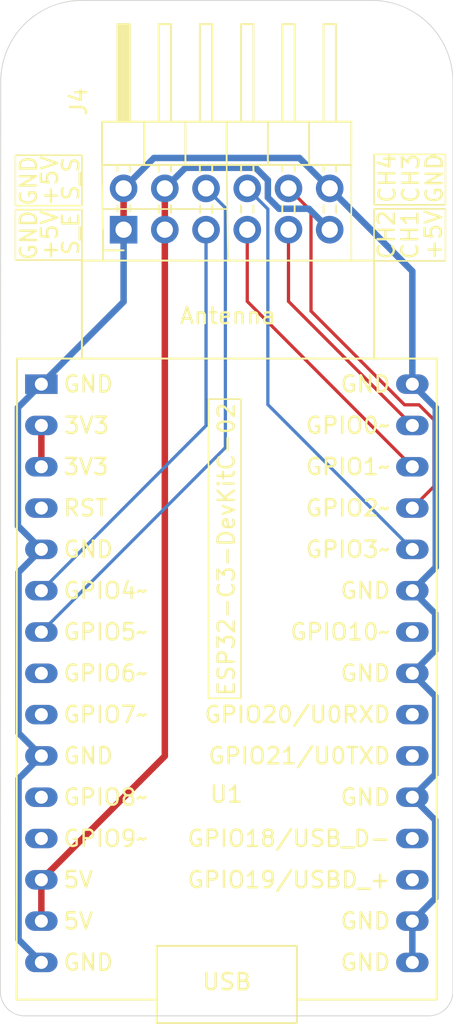
<source format=kicad_pcb>
(kicad_pcb (version 20221018) (generator pcbnew)
  (layers (0 "F.Cu" signal) (31 "B.Cu" signal) (34 "B.Paste" user) (35 "F.Paste" user) (36 "B.SilkS" user "B.Silkscreen") (37 "F.SilkS" user "F.Silkscreen") (38 "B.Mask" user) (39 "F.Mask" user) (44 "Edge.Cuts" user))
  (net 0 "")
  (net 1 "GND")
  (net 2 "+3V3")
  (net 4 "ESC_SIGNAL")
  (net 5 "SERVO_SIGNAL")
  (net 10 "+5V")
  (net 16 "CH4")
  (net 17 "CH3")
  (net 18 "CH2")
  (net 19 "CH1")
  (footprint "Connector_PinHeader_2.54mm:PinHeader_2x06_P2.54mm_Horizontal" (layer "F.Cu") (at 139.368 81.48 90)
    (fp_text reference "J4" (at 7.88 -2.768 90) (layer "F.SilkS"))
    (fp_text value "Conn_01x12_Pin")
    (fp_line (start -1.27 -1.27) (end 0 -1.27) (stroke (width 0.12)) (layer "F.SilkS"))
    (fp_line (start -1.27 0) (end -1.27 -1.27) (stroke (width 0.12)) (layer "F.SilkS"))
    (fp_line (start 1.042929 2.16) (end 1.497071 2.16) (stroke (width 0.12)) (layer "F.SilkS"))
    (fp_line (start 1.042929 2.92) (end 1.497071 2.92) (stroke (width 0.12)) (layer "F.SilkS"))
    (fp_line (start 1.042929 4.7) (end 1.497071 4.7) (stroke (width 0.12)) (layer "F.SilkS"))
    (fp_line (start 1.042929 5.46) (end 1.497071 5.46) (stroke (width 0.12)) (layer "F.SilkS"))
    (fp_line (start 1.042929 7.24) (end 1.497071 7.24) (stroke (width 0.12)) (layer "F.SilkS"))
    (fp_line (start 1.042929 8) (end 1.497071 8) (stroke (width 0.12)) (layer "F.SilkS"))
    (fp_line (start 1.042929 9.78) (end 1.497071 9.78) (stroke (width 0.12)) (layer "F.SilkS"))
    (fp_line (start 1.042929 10.54) (end 1.497071 10.54) (stroke (width 0.12)) (layer "F.SilkS"))
    (fp_line (start 1.042929 12.32) (end 1.497071 12.32) (stroke (width 0.12)) (layer "F.SilkS"))
    (fp_line (start 1.042929 13.08) (end 1.497071 13.08) (stroke (width 0.12)) (layer "F.SilkS"))
    (fp_line (start 1.11 -0.38) (end 1.497071 -0.38) (stroke (width 0.12)) (layer "F.SilkS"))
    (fp_line (start 1.11 0.38) (end 1.497071 0.38) (stroke (width 0.12)) (layer "F.SilkS"))
    (fp_line (start 3.582929 -0.38) (end 3.98 -0.38) (stroke (width 0.12)) (layer "F.SilkS"))
    (fp_line (start 3.582929 0.38) (end 3.98 0.38) (stroke (width 0.12)) (layer "F.SilkS"))
    (fp_line (start 3.582929 2.16) (end 3.98 2.16) (stroke (width 0.12)) (layer "F.SilkS"))
    (fp_line (start 3.582929 2.92) (end 3.98 2.92) (stroke (width 0.12)) (layer "F.SilkS"))
    (fp_line (start 3.582929 4.7) (end 3.98 4.7) (stroke (width 0.12)) (layer "F.SilkS"))
    (fp_line (start 3.582929 5.46) (end 3.98 5.46) (stroke (width 0.12)) (layer "F.SilkS"))
    (fp_line (start 3.582929 7.24) (end 3.98 7.24) (stroke (width 0.12)) (layer "F.SilkS"))
    (fp_line (start 3.582929 8) (end 3.98 8) (stroke (width 0.12)) (layer "F.SilkS"))
    (fp_line (start 3.582929 9.78) (end 3.98 9.78) (stroke (width 0.12)) (layer "F.SilkS"))
    (fp_line (start 3.582929 10.54) (end 3.98 10.54) (stroke (width 0.12)) (layer "F.SilkS"))
    (fp_line (start 3.582929 12.32) (end 3.98 12.32) (stroke (width 0.12)) (layer "F.SilkS"))
    (fp_line (start 3.582929 13.08) (end 3.98 13.08) (stroke (width 0.12)) (layer "F.SilkS"))
    (fp_line (start 3.98 -1.33) (end 3.98 14.03) (stroke (width 0.12)) (layer "F.SilkS"))
    (fp_line (start 3.98 1.27) (end 6.64 1.27) (stroke (width 0.12)) (layer "F.SilkS"))
    (fp_line (start 3.98 3.81) (end 6.64 3.81) (stroke (width 0.12)) (layer "F.SilkS"))
    (fp_line (start 3.98 6.35) (end 6.64 6.35) (stroke (width 0.12)) (layer "F.SilkS"))
    (fp_line (start 3.98 8.89) (end 6.64 8.89) (stroke (width 0.12)) (layer "F.SilkS"))
    (fp_line (start 3.98 11.43) (end 6.64 11.43) (stroke (width 0.12)) (layer "F.SilkS"))
    (fp_line (start 3.98 14.03) (end 6.64 14.03) (stroke (width 0.12)) (layer "F.SilkS"))
    (fp_line (start 6.64 -1.33) (end 3.98 -1.33) (stroke (width 0.12)) (layer "F.SilkS"))
    (fp_line (start 6.64 -0.38) (end 12.64 -0.38) (stroke (width 0.12)) (layer "F.SilkS"))
    (fp_line (start 6.64 -0.32) (end 12.64 -0.32) (stroke (width 0.12)) (layer "F.SilkS"))
    (fp_line (start 6.64 -0.2) (end 12.64 -0.2) (stroke (width 0.12)) (layer "F.SilkS"))
    (fp_line (start 6.64 -0.08) (end 12.64 -0.08) (stroke (width 0.12)) (layer "F.SilkS"))
    (fp_line (start 6.64 0.04) (end 12.64 0.04) (stroke (width 0.12)) (layer "F.SilkS"))
    (fp_line (start 6.64 0.16) (end 12.64 0.16) (stroke (width 0.12)) (layer "F.SilkS"))
    (fp_line (start 6.64 0.28) (end 12.64 0.28) (stroke (width 0.12)) (layer "F.SilkS"))
    (fp_line (start 6.64 2.16) (end 12.64 2.16) (stroke (width 0.12)) (layer "F.SilkS"))
    (fp_line (start 6.64 4.7) (end 12.64 4.7) (stroke (width 0.12)) (layer "F.SilkS"))
    (fp_line (start 6.64 7.24) (end 12.64 7.24) (stroke (width 0.12)) (layer "F.SilkS"))
    (fp_line (start 6.64 9.78) (end 12.64 9.78) (stroke (width 0.12)) (layer "F.SilkS"))
    (fp_line (start 6.64 12.32) (end 12.64 12.32) (stroke (width 0.12)) (layer "F.SilkS"))
    (fp_line (start 6.64 14.03) (end 6.64 -1.33) (stroke (width 0.12)) (layer "F.SilkS"))
    (fp_line (start 12.64 -0.38) (end 12.64 0.38) (stroke (width 0.12)) (layer "F.SilkS"))
    (fp_line (start 12.64 0.38) (end 6.64 0.38) (stroke (width 0.12)) (layer "F.SilkS"))
    (fp_line (start 12.64 2.16) (end 12.64 2.92) (stroke (width 0.12)) (layer "F.SilkS"))
    (fp_line (start 12.64 2.92) (end 6.64 2.92) (stroke (width 0.12)) (layer "F.SilkS"))
    (fp_line (start 12.64 4.7) (end 12.64 5.46) (stroke (width 0.12)) (layer "F.SilkS"))
    (fp_line (start 12.64 5.46) (end 6.64 5.46) (stroke (width 0.12)) (layer "F.SilkS"))
    (fp_line (start 12.64 7.24) (end 12.64 8) (stroke (width 0.12)) (layer "F.SilkS"))
    (fp_line (start 12.64 8) (end 6.64 8) (stroke (width 0.12)) (layer "F.SilkS"))
    (fp_line (start 12.64 9.78) (end 12.64 10.54) (stroke (width 0.12)) (layer "F.SilkS"))
    (fp_line (start 12.64 10.54) (end 6.64 10.54) (stroke (width 0.12)) (layer "F.SilkS"))
    (fp_line (start 12.64 12.32) (end 12.64 13.08) (stroke (width 0.12)) (layer "F.SilkS"))
    (fp_line (start 12.64 13.08) (end 6.64 13.08) (stroke (width 0.12)) (layer "F.SilkS"))
    (pad "1" thru_hole rect locked (at 0 0 90) (size 1.7 1.7) (drill 1) (layers "*.Cu" "*.Mask") (net 1 "GND"))
    (pad "2" thru_hole oval locked (at 2.54 0 90) (size 1.7 1.7) (drill 1) (layers "*.Cu" "*.Mask") (net 1 "GND"))
    (pad "3" thru_hole oval locked (at 0 2.54 90) (size 1.7 1.7) (drill 1) (layers "*.Cu" "*.Mask") (net 10 "+5V"))
    (pad "4" thru_hole oval locked (at 2.54 2.54 90) (size 1.7 1.7) (drill 1) (layers "*.Cu" "*.Mask") (net 10 "+5V"))
    (pad "5" thru_hole oval locked (at 0 5.08 90) (size 1.7 1.7) (drill 1) (layers "*.Cu" "*.Mask") (net 4 "ESC_SIGNAL"))
    (pad "6" thru_hole oval locked (at 2.54 5.08 90) (size 1.7 1.7) (drill 1) (layers "*.Cu" "*.Mask") (net 5 "SERVO_SIGNAL"))
    (pad "7" thru_hole oval locked (at 0 7.62 90) (size 1.7 1.7) (drill 1) (layers "*.Cu" "*.Mask") (net 18 "CH2"))
    (pad "8" thru_hole oval locked (at 2.54 7.62 90) (size 1.7 1.7) (drill 1) (layers "*.Cu" "*.Mask") (net 16 "CH4"))
    (pad "9" thru_hole oval locked (at 0 10.16 90) (size 1.7 1.7) (drill 1) (layers "*.Cu" "*.Mask") (net 19 "CH1"))
    (pad "10" thru_hole oval locked (at 2.54 10.16 90) (size 1.7 1.7) (drill 1) (layers "*.Cu" "*.Mask") (net 17 "CH3"))
    (pad "11" thru_hole oval locked (at 0 12.7 90) (size 1.7 1.7) (drill 1) (layers "*.Cu" "*.Mask") (net 10 "+5V"))
    (pad "12" thru_hole oval locked (at 2.54 12.7 90) (size 1.7 1.7) (drill 1) (layers "*.Cu" "*.Mask") (net 1 "GND"))
  )
  (footprint "PCM_Espressif:ESP32-C3-DevKitC-02" (layer "F.Cu") (at 134.3 90.98)
    (fp_text reference "U1" (at 11.4 25.22) (layer "F.SilkS"))
    (fp_text value "ESP32-C3-DevKitC-02" (at 11.4 10.16 -90) (layer "F.SilkS"))
    (fp_text user "GPIO0~" (at 21.59 2.54 unlocked) (layer "F.SilkS") (effects (justify right)))
    (fp_text user "GPIO7~" (at 1.27 20.32 unlocked) (layer "F.SilkS") (effects (justify left)))
    (fp_text user "3V3" (at 1.3 2.54 unlocked) (layer "F.SilkS") (effects (justify left)))
    (fp_text user "5V" (at 1.27 30.48 unlocked) (layer "F.SilkS") (effects (justify left)))
    (fp_text user "Antenna" (at 11.5 -4.2076 unlocked) (layer "F.SilkS"))
    (fp_text user "GPIO6~" (at 1.27 17.78 unlocked) (layer "F.SilkS") (effects (justify left)))
    (fp_text user "GPIO5~" (at 1.27 15.24 unlocked) (layer "F.SilkS") (effects (justify left)))
    (fp_text user "USB" (at 11.43 37.338 unlocked) (layer "F.SilkS") (effects (justify bottom)))
    (fp_text user "5V" (at 1.27 33.02 unlocked) (layer "F.SilkS") (effects (justify left)))
    (fp_text user "GPIO9~" (at 1.27 27.94 unlocked) (layer "F.SilkS") (effects (justify left)))
    (fp_text user "GPIO10~" (at 21.59 15.24 unlocked) (layer "F.SilkS") (effects (justify right)))
    (fp_text user "RST" (at 1.27 7.62 unlocked) (layer "F.SilkS") (effects (justify left)))
    (fp_text user "GND" (at 1.27 10.16 unlocked) (layer "F.SilkS") (effects (justify left)))
    (fp_text user "GND" (at 21.59 25.4 unlocked) (layer "F.SilkS") (effects (justify right)))
    (fp_text user "GPIO3~" (at 21.59 10.16 unlocked) (layer "F.SilkS") (effects (justify right)))
    (fp_text user "GND" (at 1.27 35.56 unlocked) (layer "F.SilkS") (effects (justify left)))
    (fp_text user "3V3" (at 1.27 5.08 unlocked) (layer "F.SilkS") (effects (justify left)))
    (fp_text user "GPIO4~" (at 1.27 12.7 unlocked) (layer "F.SilkS") (effects (justify left)))
    (fp_text user "GND" (at 1.27 22.86 unlocked) (layer "F.SilkS") (effects (justify left)))
    (fp_text user "GND" (at 21.59 33.02 unlocked) (layer "F.SilkS") (effects (justify right)))
    (fp_text user "GPIO19/USBD_+" (at 21.59 30.48 unlocked) (layer "F.SilkS") (effects (justify right)))
    (fp_text user "GPIO2~" (at 21.59 7.62 unlocked) (layer "F.SilkS") (effects (justify right)))
    (fp_text user "GND" (at 21.59 35.56 unlocked) (layer "F.SilkS") (effects (justify right)))
    (fp_text user "GND" (at 21.59 12.7 unlocked) (layer "F.SilkS") (effects (justify right)))
    (fp_text user "GPIO21/U0TXD" (at 21.59 22.86 unlocked) (layer "F.SilkS") (effects (justify right)))
    (fp_text user "GND" (at 1.27 0 unlocked) (layer "F.SilkS") (effects (justify left)))
    (fp_text user "GPIO18/USB_D-" (at 21.59 27.94 unlocked) (layer "F.SilkS") (effects (justify right)))
    (fp_text user "GPIO1~" (at 21.59 5.08 unlocked) (layer "F.SilkS") (effects (justify right)))
    (fp_text user "GPIO8~" (at 1.27 25.4 unlocked) (layer "F.SilkS") (effects (justify left)))
    (fp_text user "GND" (at 21.59 17.78 unlocked) (layer "F.SilkS") (effects (justify right)))
    (fp_text user "GND" (at 21.59 0 unlocked) (layer "F.SilkS") (effects (justify right)))
    (fp_text user "GPIO20/U0RXD" (at 21.59 20.32 unlocked) (layer "F.SilkS") (effects (justify right)))
    (fp_line (start -1.524 37.846) (end 7.112 37.846) (stroke (width 0.12)) (layer "F.SilkS"))
    (fp_line (start -1.5 -1.575) (end -1.524 37.846) (stroke (width 0.12)) (layer "F.SilkS"))
    (fp_line (start 2.5 -7.6) (end 20.5 -7.6) (stroke (width 0.12)) (layer "F.SilkS"))
    (fp_line (start 2.5 -1.6) (end 2.5 -7.6) (stroke (width 0.12)) (layer "F.SilkS"))
    (fp_line (start 20.5 -7.6) (end 20.5 -1.6) (stroke (width 0.12)) (layer "F.SilkS"))
    (fp_line (start 24.359999 37.846) (end 15.748 37.846) (stroke (width 0.12)) (layer "F.SilkS"))
    (fp_line (start 24.359999 37.846) (end 24.36 -1.575) (stroke (width 0.12)) (layer "F.SilkS"))
    (fp_line (start 24.36 -1.575) (end -1.5 -1.575) (stroke (width 0.12)) (layer "F.SilkS"))
    (fp_rect (start 7.112 34.544) (end 15.748 39.2938) (stroke (width 0.12)) (fill none) (layer "F.SilkS"))
    (pad "1" thru_hole rect locked (at 0 0 270) (size 1.2 2) (drill 0.8) (layers "*.Cu" "*.Mask") (net 1 "GND"))
    (pad "2" thru_hole oval locked (at 0 2.54 270) (size 1.2 2) (drill 0.8) (layers "*.Cu" "*.Mask") (net 2 "+3V3"))
    (pad "3" thru_hole oval locked (at 0 5.08 270) (size 1.2 2) (drill 0.8) (layers "*.Cu" "*.Mask") (net 2 "+3V3"))
    (pad "4" thru_hole oval locked (at 0 7.62 270) (size 1.2 2) (drill 0.8) (layers "*.Cu" "*.Mask"))
    (pad "5" thru_hole oval locked (at 0 10.16 270) (size 1.2 2) (drill 0.8) (layers "*.Cu" "*.Mask") (net 1 "GND"))
    (pad "6" thru_hole oval locked (at 0 12.7 270) (size 1.2 2) (drill 0.8) (layers "*.Cu" "*.Mask") (net 4 "ESC_SIGNAL"))
    (pad "7" thru_hole oval locked (at 0 15.24 270) (size 1.2 2) (drill 0.8) (layers "*.Cu" "*.Mask") (net 5 "SERVO_SIGNAL"))
    (pad "8" thru_hole oval locked (at 0 17.78 270) (size 1.2 2) (drill 0.8) (layers "*.Cu" "*.Mask"))
    (pad "9" thru_hole oval locked (at 0 20.32 270) (size 1.2 2) (drill 0.8) (layers "*.Cu" "*.Mask"))
    (pad "10" thru_hole oval locked (at 0 22.86 270) (size 1.2 2) (drill 0.8) (layers "*.Cu" "*.Mask") (net 1 "GND"))
    (pad "11" thru_hole oval locked (at 0 25.4 270) (size 1.2 2) (drill 0.8) (layers "*.Cu" "*.Mask"))
    (pad "12" thru_hole oval locked (at 0 27.94 270) (size 1.2 2) (drill 0.8) (layers "*.Cu" "*.Mask"))
    (pad "13" thru_hole oval locked (at 0 30.48 270) (size 1.2 2) (drill 0.8) (layers "*.Cu" "*.Mask") (net 10 "+5V"))
    (pad "14" thru_hole oval locked (at 0 33.02 270) (size 1.2 2) (drill 0.8) (layers "*.Cu" "*.Mask") (net 10 "+5V"))
    (pad "15" thru_hole oval locked (at 0 35.56 270) (size 1.2 2) (drill 0.8) (layers "*.Cu" "*.Mask") (net 1 "GND"))
    (pad "16" thru_hole oval locked (at 22.86 35.56 270) (size 1.2 2) (drill 0.8) (layers "*.Cu" "*.Mask") (net 1 "GND"))
    (pad "17" thru_hole oval locked (at 22.86 33.02 270) (size 1.2 2) (drill 0.8) (layers "*.Cu" "*.Mask") (net 1 "GND"))
    (pad "18" thru_hole oval locked (at 22.86 30.48 270) (size 1.2 2) (drill 0.8) (layers "*.Cu" "*.Mask"))
    (pad "19" thru_hole oval locked (at 22.86 27.94 270) (size 1.2 2) (drill 0.8) (layers "*.Cu" "*.Mask"))
    (pad "20" thru_hole oval locked (at 22.86 25.4 270) (size 1.2 2) (drill 0.8) (layers "*.Cu" "*.Mask") (net 1 "GND"))
    (pad "21" thru_hole oval locked (at 22.86 22.86 270) (size 1.2 2) (drill 0.8) (layers "*.Cu" "*.Mask"))
    (pad "22" thru_hole oval locked (at 22.86 20.32 270) (size 1.2 2) (drill 0.8) (layers "*.Cu" "*.Mask"))
    (pad "23" thru_hole oval locked (at 22.86 17.78 270) (size 1.2 2) (drill 0.8) (layers "*.Cu" "*.Mask") (net 1 "GND"))
    (pad "24" thru_hole oval locked (at 22.86 15.24 270) (size 1.2 2) (drill 0.8) (layers "*.Cu" "*.Mask"))
    (pad "25" thru_hole oval locked (at 22.86 12.7 270) (size 1.2 2) (drill 0.8) (layers "*.Cu" "*.Mask") (net 1 "GND"))
    (pad "26" thru_hole oval locked (at 22.86 10.16 270) (size 1.2 2) (drill 0.8) (layers "*.Cu" "*.Mask") (net 16 "CH4"))
    (pad "27" thru_hole oval locked (at 22.86 7.62 270) (size 1.2 2) (drill 0.8) (layers "*.Cu" "*.Mask") (net 17 "CH3"))
    (pad "28" thru_hole oval locked (at 22.86 5.08 270) (size 1.2 2) (drill 0.8) (layers "*.Cu" "*.Mask") (net 18 "CH2"))
    (pad "29" thru_hole oval locked (at 22.86 2.54 270) (size 1.2 2) (drill 0.8) (layers "*.Cu" "*.Mask") (net 19 "CH1"))
    (pad "30" thru_hole oval locked (at 22.86 0 270) (size 1.2 2) (drill 0.8) (layers "*.Cu" "*.Mask") (net 1 "GND"))
  )
  (gr_line (start 138.038 77.5) (end 138.1 83.4) (stroke (width 0.1)) (layer "F.SilkS"))
  (gr_line (start 153.398 77.5) (end 153.4 83.4) (stroke (width 0.1)) (layer "F.SilkS"))
  (gr_rect (start 154.8 80.2) (end 159.2 83.4) (stroke (width 0.1)) (fill none) (layer "F.SilkS"))
  (gr_rect (start 132.7 80.25) (end 136.8 83.35) (stroke (width 0.1)) (fill none) (layer "F.SilkS"))
  (gr_rect (start 132.7 76.9) (end 136.8 80) (stroke (width 0.1)) (fill none) (layer "F.SilkS"))
  (gr_line (start 145.8 83.38) (end 145.718 77.5) (stroke (width 0.1)) (layer "F.SilkS"))
  (gr_line (start 138.090683 80.210153) (end 145.738904 80.210153) (stroke (width 0.1)) (layer "F.SilkS"))
  (gr_rect (start 144.6 91.9) (end 146.6 110.3) (stroke (width 0.1)) (fill none) (layer "F.SilkS"))
  (gr_rect (start 154.8 76.85) (end 159.2 79.95) (stroke (width 0.1)) (fill none) (layer "F.SilkS"))
  (gr_line (start 131.77654 128.32546) (end 131.796672 72.378334) (stroke (width 0.05)) (layer "Edge.Cuts"))
  (gr_arc (start 154.661407 67.380133) (mid 158.196984 68.844642) (end 159.661407 72.380255) (stroke (width 0.05)) (layer "Edge.Cuts"))
  (gr_arc (start 159.660036 128.326037) (mid 159.220685 129.386686) (end 158.160036 129.826) (stroke (width 0.05)) (layer "Edge.Cuts"))
  (gr_line (start 159.660036 128.326037) (end 159.661407 72.380255) (stroke (width 0.05)) (layer "Edge.Cuts"))
  (gr_arc (start 133.27654 129.826) (mid 132.215689 129.386469) (end 131.77654 128.32546) (stroke (width 0.05)) (layer "Edge.Cuts"))
  (gr_arc (start 131.796672 72.378334) (mid 133.261761 68.843932) (end 136.796672 67.380133) (stroke (width 0.05)) (layer "Edge.Cuts"))
  (gr_line (start 136.796672 67.380133) (end 154.661407 67.380133) (stroke (width 0.05)) (layer "Edge.Cuts"))
  (gr_line (start 133.27654 129.826) (end 158.160036 129.826) (stroke (width 0.05)) (layer "Edge.Cuts"))
  (gr_text "+5V" (at 135.4 83.45 90) (layer "F.SilkS") (effects (font (size 1 1)) (justify left bottom)))
  (gr_text "S_E" (at 136.7 83.140476 90) (layer "F.SilkS") (effects (font (size 1 1)) (justify left bottom)))
  (gr_text "CH2" (at 156.15 83.4 90) (layer "F.SilkS") (effects (font (size 1 1)) (justify left bottom)))
  (gr_text "CH1" (at 157.6 83.4 90) (layer "F.SilkS") (effects (font (size 1 1)) (justify left bottom)))
  (gr_text "+5V" (at 135.4 80.1 90) (layer "F.SilkS") (effects (font (size 1 1)) (justify left bottom)))
  (gr_text "GND" (at 134.1 80.1 90) (layer "F.SilkS") (effects (font (size 1 1)) (justify left bottom)))
  (gr_text "S_S" (at 136.7 79.790476 90) (layer "F.SilkS") (effects (font (size 1 1)) (justify left bottom)))
  (gr_text "+5V" (at 159.05 83.42381 90) (layer "F.SilkS") (effects (font (size 1 1)) (justify left bottom)))
  (gr_text "GND" (at 159.1 79.95 90) (layer "F.SilkS") (effects (font (size 1 1)) (justify left bottom)))
  (gr_text "GND" (at 134.1 83.45 90) (layer "F.SilkS") (effects (font (size 1 1)) (justify left bottom)))
  (gr_text "CH3" (at 157.65 79.92619 90) (layer "F.SilkS") (effects (font (size 1 1)) (justify left bottom)))
  (gr_text "CH4" (at 156.2 79.92619 90) (layer "F.SilkS") (effects (font (size 1 1)) (justify left bottom)))
  (segment (start 139.368 78.94) (end 139.368 81.48) (width 0.4) (layer "F.Cu") (net 1))
  (segment (start 158.5657 114.9743) (end 157.16 116.38) (width 0.4) (layer "B.Cu") (net 1))
  (segment (start 132.8566 92.4234) (end 134.3 90.98) (width 0.4) (layer "B.Cu") (net 1))
  (segment (start 157.16 90.98) (end 158.6034 92.4234) (width 0.4) (layer "B.Cu") (net 1))
  (segment (start 134.3 101.14) (end 132.8943 102.5457) (width 0.4) (layer "B.Cu") (net 1))
  (segment (start 157.16 116.38) (end 158.5657 117.7857) (width 0.4) (layer "B.Cu") (net 1))
  (segment (start 150.198 77.07) (end 141.238 77.07) (width 0.4) (layer "B.Cu") (net 1))
  (segment (start 158.5657 117.7857) (end 158.5657 122.5943) (width 0.4) (layer "B.Cu") (net 1))
  (segment (start 158.5657 122.5943) (end 157.16 124) (width 0.4) (layer "B.Cu") (net 1))
  (segment (start 141.238 77.07) (end 139.368 78.94) (width 0.4) (layer "B.Cu") (net 1))
  (segment (start 132.8566 99.6966) (end 132.8566 92.4234) (width 0.4) (layer "B.Cu") (net 1))
  (segment (start 132.8943 115.2457) (end 132.8943 125.1343) (width 0.4) (layer "B.Cu") (net 1))
  (segment (start 139.368 85.912) (end 139.368 81.48) (width 0.4) (layer "B.Cu") (net 1))
  (segment (start 157.16 108.76) (end 158.5657 110.1657) (width 0.4) (layer "B.Cu") (net 1))
  (segment (start 134.3 113.84) (end 132.8943 115.2457) (width 0.4) (layer "B.Cu") (net 1))
  (segment (start 158.6034 102.2366) (end 157.16 103.68) (width 0.4) (layer "B.Cu") (net 1))
  (segment (start 134.3 101.14) (end 132.8566 99.6966) (width 0.4) (layer "B.Cu") (net 1))
  (segment (start 152.068 78.94) (end 150.198 77.07) (width 0.4) (layer "B.Cu") (net 1))
  (segment (start 157.16 84.032) (end 152.068 78.94) (width 0.4) (layer "B.Cu") (net 1))
  (segment (start 132.8943 102.5457) (end 132.8943 112.4343) (width 0.4) (layer "B.Cu") (net 1))
  (segment (start 158.5657 107.3543) (end 157.16 108.76) (width 0.4) (layer "B.Cu") (net 1))
  (segment (start 132.8943 112.4343) (end 134.3 113.84) (width 0.4) (layer "B.Cu") (net 1))
  (segment (start 157.16 103.68) (end 158.5657 105.0857) (width 0.4) (layer "B.Cu") (net 1))
  (segment (start 157.16 90.98) (end 157.16 84.032) (width 0.4) (layer "B.Cu") (net 1))
  (segment (start 132.8943 125.1343) (end 134.3 126.54) (width 0.4) (layer "B.Cu") (net 1))
  (segment (start 158.5657 105.0857) (end 158.5657 107.3543) (width 0.4) (layer "B.Cu") (net 1))
  (segment (start 158.5657 110.1657) (end 158.5657 114.9743) (width 0.4) (layer "B.Cu") (net 1))
  (segment (start 134.3 90.98) (end 139.368 85.912) (width 0.4) (layer "B.Cu") (net 1))
  (segment (start 158.6034 92.4234) (end 158.6034 102.2366) (width 0.4) (layer "B.Cu") (net 1))
  (segment (start 157.16 126.54) (end 157.16 124) (width 0.4) (layer "B.Cu") (net 1))
  (segment (start 134.3 93.52) (end 134.3 96.06) (width 0.4) (layer "F.Cu") (net 2))
  (segment (start 144.448 93.532) (end 144.448 81.48) (width 0.2) (layer "B.Cu") (net 4))
  (segment (start 134.3 103.68) (end 144.448 93.532) (width 0.2) (layer "B.Cu") (net 4))
  (segment (start 145.6386 80.1306) (end 144.448 78.94) (width 0.2) (layer "B.Cu") (net 5))
  (segment (start 145.6386 94.8814) (end 145.6386 80.1306) (width 0.2) (layer "B.Cu") (net 5))
  (segment (start 134.3 106.22) (end 145.6386 94.8814) (width 0.2) (layer "B.Cu") (net 5))
  (segment (start 134.3 121.46) (end 134.3 124) (width 0.4) (layer "F.Cu") (net 10))
  (segment (start 134.3 121.46) (end 141.908 113.852) (width 0.4) (layer "F.Cu") (net 10))
  (segment (start 141.908 78.94) (end 141.908 81.48) (width 0.4) (layer "F.Cu") (net 10))
  (segment (start 141.908 113.852) (end 141.908 81.48) (width 0.4) (layer "F.Cu") (net 10))
  (segment (start 143.1761 77.6719) (end 141.908 78.94) (width 0.4) (layer "B.Cu") (net 10))
  (segment (start 152.068 81.48) (end 150.7799 80.1919) (width 0.4) (layer "B.Cu") (net 10))
  (segment (start 148.9476 80.1919) (end 148.258 79.5023) (width 0.4) (layer "B.Cu") (net 10))
  (segment (start 148.258 79.5023) (end 148.258 78.4297) (width 0.4) (layer "B.Cu") (net 10))
  (segment (start 148.258 78.4297) (end 147.5002 77.6719) (width 0.4) (layer "B.Cu") (net 10))
  (segment (start 150.7799 80.1919) (end 148.9476 80.1919) (width 0.4) (layer "B.Cu") (net 10))
  (segment (start 147.5002 77.6719) (end 143.1761 77.6719) (width 0.4) (layer "B.Cu") (net 10))
  (segment (start 146.988 78.942) (end 148.258 80.212) (width 0.2) (layer "B.Cu") (net 16))
  (segment (start 146.988 78.94) (end 146.988 78.942) (width 0.2) (layer "B.Cu") (net 16))
  (segment (start 148.258 92.238) (end 157.16 101.14) (width 0.2) (layer "B.Cu") (net 16))
  (segment (start 148.258 80.212) (end 148.258 92.238) (width 0.2) (layer "B.Cu") (net 16))
  (segment (start 158.4924 93.1714) (end 158.4924 97.2676) (width 0.2) (layer "F.Cu") (net 17))
  (segment (start 150.9161 80.3281) (end 150.9161 86.4845) (width 0.2) (layer "F.Cu") (net 17))
  (segment (start 157.571 92.25) (end 158.4924 93.1714) (width 0.2) (layer "F.Cu") (net 17))
  (segment (start 158.4924 97.2676) (end 157.16 98.6) (width 0.2) (layer "F.Cu") (net 17))
  (segment (start 156.6816 92.25) (end 157.571 92.25) (width 0.2) (layer "F.Cu") (net 17))
  (segment (start 149.528 78.94) (end 150.9161 80.3281) (width 0.2) (layer "F.Cu") (net 17))
  (segment (start 150.9161 86.4845) (end 156.6816 92.25) (width 0.2) (layer "F.Cu") (net 17))
  (segment (start 146.988 85.888) (end 146.988 81.48) (width 0.2) (layer "F.Cu") (net 18))
  (segment (start 157.16 96.06) (end 146.988 85.888) (width 0.2) (layer "F.Cu") (net 18))
  (segment (start 149.528 85.888) (end 157.16 93.52) (width 0.2) (layer "F.Cu") (net 19))
  (segment (start 149.528 81.48) (end 149.528 85.888) (width 0.2) (layer "F.Cu") (net 19))
)
</source>
